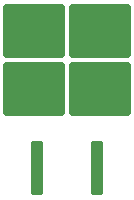
<source format=gbr>
%TF.GenerationSoftware,KiCad,Pcbnew,7.0.2*%
%TF.CreationDate,2024-02-27T12:18:34-06:00*%
%TF.ProjectId,Relay_board_hardware,52656c61-795f-4626-9f61-72645f686172,rev?*%
%TF.SameCoordinates,Original*%
%TF.FileFunction,Paste,Bot*%
%TF.FilePolarity,Positive*%
%FSLAX46Y46*%
G04 Gerber Fmt 4.6, Leading zero omitted, Abs format (unit mm)*
G04 Created by KiCad (PCBNEW 7.0.2) date 2024-02-27 12:18:34*
%MOMM*%
%LPD*%
G01*
G04 APERTURE LIST*
G04 Aperture macros list*
%AMRoundRect*
0 Rectangle with rounded corners*
0 $1 Rounding radius*
0 $2 $3 $4 $5 $6 $7 $8 $9 X,Y pos of 4 corners*
0 Add a 4 corners polygon primitive as box body*
4,1,4,$2,$3,$4,$5,$6,$7,$8,$9,$2,$3,0*
0 Add four circle primitives for the rounded corners*
1,1,$1+$1,$2,$3*
1,1,$1+$1,$4,$5*
1,1,$1+$1,$6,$7*
1,1,$1+$1,$8,$9*
0 Add four rect primitives between the rounded corners*
20,1,$1+$1,$2,$3,$4,$5,0*
20,1,$1+$1,$4,$5,$6,$7,0*
20,1,$1+$1,$6,$7,$8,$9,0*
20,1,$1+$1,$8,$9,$2,$3,0*%
G04 Aperture macros list end*
%ADD10RoundRect,0.250000X0.300000X-2.050000X0.300000X2.050000X-0.300000X2.050000X-0.300000X-2.050000X0*%
%ADD11RoundRect,0.250000X2.375000X-2.025000X2.375000X2.025000X-2.375000X2.025000X-2.375000X-2.025000X0*%
G04 APERTURE END LIST*
D10*
%TO.C,Q1*%
X143510000Y-91470000D03*
D11*
X138195000Y-84745000D03*
X143745000Y-84745000D03*
X138195000Y-79895000D03*
X143745000Y-79895000D03*
D10*
X138430000Y-91470000D03*
%TD*%
M02*

</source>
